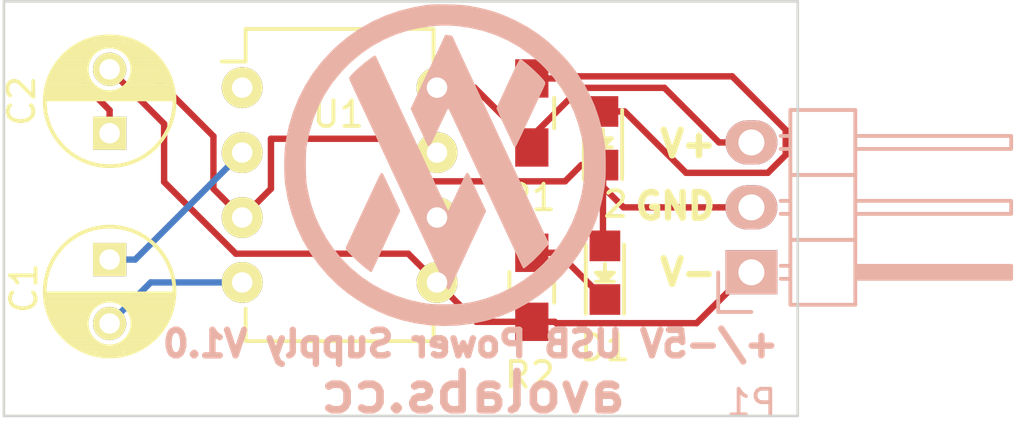
<source format=kicad_pcb>
(kicad_pcb (version 4) (host pcbnew 4.0.2-stable)

  (general
    (links 13)
    (no_connects 0)
    (area 152.197599 81.153799 183.351641 97.474241)
    (thickness 1.6)
    (drawings 9)
    (tracks 61)
    (zones 0)
    (modules 9)
    (nets 11)
  )

  (page A4)
  (layers
    (0 F.Cu signal)
    (31 B.Cu signal)
    (32 B.Adhes user)
    (33 F.Adhes user)
    (34 B.Paste user)
    (35 F.Paste user)
    (36 B.SilkS user)
    (37 F.SilkS user)
    (38 B.Mask user)
    (39 F.Mask user)
    (40 Dwgs.User user)
    (41 Cmts.User user)
    (42 Eco1.User user)
    (43 Eco2.User user)
    (44 Edge.Cuts user)
    (45 Margin user)
    (46 B.CrtYd user)
    (47 F.CrtYd user)
    (48 B.Fab user)
    (49 F.Fab user)
  )

  (setup
    (last_trace_width 0.25)
    (trace_clearance 0.2)
    (zone_clearance 0.508)
    (zone_45_only no)
    (trace_min 0.2)
    (segment_width 0.2)
    (edge_width 0.1)
    (via_size 0.6)
    (via_drill 0.4)
    (via_min_size 0.4)
    (via_min_drill 0.3)
    (uvia_size 0.3)
    (uvia_drill 0.1)
    (uvias_allowed no)
    (uvia_min_size 0.2)
    (uvia_min_drill 0.1)
    (pcb_text_width 0.3)
    (pcb_text_size 1.5 1.5)
    (mod_edge_width 0.15)
    (mod_text_size 1 1)
    (mod_text_width 0.15)
    (pad_size 1.5 1.5)
    (pad_drill 0.6)
    (pad_to_mask_clearance 0)
    (aux_axis_origin 0 0)
    (grid_origin 150.876 108.0262)
    (visible_elements 7FFFFF7F)
    (pcbplotparams
      (layerselection 0x0d0f0_80000001)
      (usegerberextensions false)
      (excludeedgelayer true)
      (linewidth 0.100000)
      (plotframeref false)
      (viasonmask false)
      (mode 1)
      (useauxorigin false)
      (hpglpennumber 1)
      (hpglpenspeed 20)
      (hpglpendiameter 15)
      (hpglpenoverlay 2)
      (psnegative false)
      (psa4output false)
      (plotreference true)
      (plotvalue true)
      (plotinvisibletext false)
      (padsonsilk false)
      (subtractmaskfromsilk false)
      (outputformat 1)
      (mirror false)
      (drillshape 0)
      (scaleselection 1)
      (outputdirectory "power supply gerbers/"))
  )

  (net 0 "")
  (net 1 "Net-(C1-Pad2)")
  (net 2 "Net-(C1-Pad1)")
  (net 3 V-)
  (net 4 GND)
  (net 5 VCC)
  (net 6 "Net-(U1-Pad1)")
  (net 7 "Net-(U1-Pad6)")
  (net 8 "Net-(U1-Pad7)")
  (net 9 "Net-(D1-Pad1)")
  (net 10 "Net-(D2-Pad2)")

  (net_class Default "This is the default net class."
    (clearance 0.2)
    (trace_width 0.25)
    (via_dia 0.6)
    (via_drill 0.4)
    (uvia_dia 0.3)
    (uvia_drill 0.1)
    (add_net GND)
    (add_net "Net-(C1-Pad1)")
    (add_net "Net-(C1-Pad2)")
    (add_net "Net-(D1-Pad1)")
    (add_net "Net-(D2-Pad2)")
    (add_net "Net-(U1-Pad1)")
    (add_net "Net-(U1-Pad6)")
    (add_net "Net-(U1-Pad7)")
    (add_net V-)
    (add_net VCC)
  )

  (module Housings_DIP:DIP-8_W7.62mm (layer F.Cu) (tedit 55A2EB01) (tstamp 55A2E291)
    (at 161.5694 84.582)
    (descr "8-lead dip package, row spacing 7.62 mm (300 mils)")
    (tags "dil dip 2.54 300")
    (path /55A2DB3D)
    (fp_text reference U1 (at 3.7592 1.0414) (layer F.SilkS)
      (effects (font (size 1 1) (thickness 0.15)))
    )
    (fp_text value 7660 (at 3.7592 -0.6604) (layer F.Fab)
      (effects (font (size 1 1) (thickness 0.15)))
    )
    (fp_line (start -1.05 -2.45) (end -1.05 10.1) (layer F.CrtYd) (width 0.05))
    (fp_line (start 8.65 -2.45) (end 8.65 10.1) (layer F.CrtYd) (width 0.05))
    (fp_line (start -1.05 -2.45) (end 8.65 -2.45) (layer F.CrtYd) (width 0.05))
    (fp_line (start -1.05 10.1) (end 8.65 10.1) (layer F.CrtYd) (width 0.05))
    (fp_line (start 0.135 -2.295) (end 0.135 -1.025) (layer F.SilkS) (width 0.15))
    (fp_line (start 7.485 -2.295) (end 7.485 -1.025) (layer F.SilkS) (width 0.15))
    (fp_line (start 7.485 9.915) (end 7.485 8.645) (layer F.SilkS) (width 0.15))
    (fp_line (start 0.135 9.915) (end 0.135 8.645) (layer F.SilkS) (width 0.15))
    (fp_line (start 0.135 -2.295) (end 7.485 -2.295) (layer F.SilkS) (width 0.15))
    (fp_line (start 0.135 9.915) (end 7.485 9.915) (layer F.SilkS) (width 0.15))
    (fp_line (start 0.135 -1.025) (end -0.8 -1.025) (layer F.SilkS) (width 0.15))
    (pad 1 thru_hole oval (at 0 0) (size 1.6 1.6) (drill 0.8) (layers *.Cu *.Mask F.SilkS)
      (net 6 "Net-(U1-Pad1)"))
    (pad 2 thru_hole oval (at 0 2.54) (size 1.6 1.6) (drill 0.8) (layers *.Cu *.Mask F.SilkS)
      (net 2 "Net-(C1-Pad1)"))
    (pad 3 thru_hole oval (at 0 5.08) (size 1.6 1.6) (drill 0.8) (layers *.Cu *.Mask F.SilkS)
      (net 4 GND))
    (pad 4 thru_hole oval (at 0 7.62) (size 1.6 1.6) (drill 0.8) (layers *.Cu *.Mask F.SilkS)
      (net 1 "Net-(C1-Pad2)"))
    (pad 5 thru_hole oval (at 7.62 7.62) (size 1.6 1.6) (drill 0.8) (layers *.Cu *.Mask F.SilkS)
      (net 3 V-))
    (pad 6 thru_hole oval (at 7.62 5.08) (size 1.6 1.6) (drill 0.8) (layers *.Cu *.Mask F.SilkS)
      (net 7 "Net-(U1-Pad6)"))
    (pad 7 thru_hole oval (at 7.62 2.54) (size 1.6 1.6) (drill 0.8) (layers *.Cu *.Mask F.SilkS)
      (net 8 "Net-(U1-Pad7)"))
    (pad 8 thru_hole oval (at 7.62 0) (size 1.6 1.6) (drill 0.8) (layers *.Cu *.Mask F.SilkS)
      (net 5 VCC))
    (model Housings_DIP.3dshapes/DIP-8_W7.62mm.wrl
      (at (xyz 0 0 0))
      (scale (xyz 1 1 1))
      (rotate (xyz 0 0 0))
    )
  )

  (module LEDs:LED_0805 (layer F.Cu) (tedit 5796D7A4) (tstamp 5796D59F)
    (at 175.75784 91.821 90)
    (descr "LED 0805 smd package")
    (tags "LED 0805 SMD")
    (path /5796D7E4)
    (attr smd)
    (fp_text reference D1 (at -2.93624 0 180) (layer F.SilkS)
      (effects (font (size 1 1) (thickness 0.15)))
    )
    (fp_text value LED (at 0 1.75 90) (layer F.Fab) hide
      (effects (font (size 1 1) (thickness 0.15)))
    )
    (fp_line (start -1.6 0.75) (end 1.1 0.75) (layer F.SilkS) (width 0.15))
    (fp_line (start -1.6 -0.75) (end 1.1 -0.75) (layer F.SilkS) (width 0.15))
    (fp_line (start -0.1 0.15) (end -0.1 -0.1) (layer F.SilkS) (width 0.15))
    (fp_line (start -0.1 -0.1) (end -0.25 0.05) (layer F.SilkS) (width 0.15))
    (fp_line (start -0.35 -0.35) (end -0.35 0.35) (layer F.SilkS) (width 0.15))
    (fp_line (start 0 0) (end 0.35 0) (layer F.SilkS) (width 0.15))
    (fp_line (start -0.35 0) (end 0 -0.35) (layer F.SilkS) (width 0.15))
    (fp_line (start 0 -0.35) (end 0 0.35) (layer F.SilkS) (width 0.15))
    (fp_line (start 0 0.35) (end -0.35 0) (layer F.SilkS) (width 0.15))
    (fp_line (start 1.9 -0.95) (end 1.9 0.95) (layer F.CrtYd) (width 0.05))
    (fp_line (start 1.9 0.95) (end -1.9 0.95) (layer F.CrtYd) (width 0.05))
    (fp_line (start -1.9 0.95) (end -1.9 -0.95) (layer F.CrtYd) (width 0.05))
    (fp_line (start -1.9 -0.95) (end 1.9 -0.95) (layer F.CrtYd) (width 0.05))
    (pad 2 smd rect (at 1.04902 0 270) (size 1.19888 1.19888) (layers F.Cu F.Paste F.Mask)
      (net 4 GND))
    (pad 1 smd rect (at -1.04902 0 270) (size 1.19888 1.19888) (layers F.Cu F.Paste F.Mask)
      (net 9 "Net-(D1-Pad1)"))
    (model LEDs.3dshapes/LED_0805.wrl
      (at (xyz 0 0 0))
      (scale (xyz 1 1 1))
      (rotate (xyz 0 0 0))
    )
  )

  (module LEDs:LED_0805 (layer F.Cu) (tedit 5796D7BC) (tstamp 5796D5A5)
    (at 175.68164 86.5632 90)
    (descr "LED 0805 smd package")
    (tags "LED 0805 SMD")
    (path /560AE0A2)
    (attr smd)
    (fp_text reference D2 (at -2.58064 -0.00508 180) (layer F.SilkS)
      (effects (font (size 1 1) (thickness 0.15)))
    )
    (fp_text value LED (at 0 1.75 90) (layer F.Fab) hide
      (effects (font (size 1 1) (thickness 0.15)))
    )
    (fp_line (start -1.6 0.75) (end 1.1 0.75) (layer F.SilkS) (width 0.15))
    (fp_line (start -1.6 -0.75) (end 1.1 -0.75) (layer F.SilkS) (width 0.15))
    (fp_line (start -0.1 0.15) (end -0.1 -0.1) (layer F.SilkS) (width 0.15))
    (fp_line (start -0.1 -0.1) (end -0.25 0.05) (layer F.SilkS) (width 0.15))
    (fp_line (start -0.35 -0.35) (end -0.35 0.35) (layer F.SilkS) (width 0.15))
    (fp_line (start 0 0) (end 0.35 0) (layer F.SilkS) (width 0.15))
    (fp_line (start -0.35 0) (end 0 -0.35) (layer F.SilkS) (width 0.15))
    (fp_line (start 0 -0.35) (end 0 0.35) (layer F.SilkS) (width 0.15))
    (fp_line (start 0 0.35) (end -0.35 0) (layer F.SilkS) (width 0.15))
    (fp_line (start 1.9 -0.95) (end 1.9 0.95) (layer F.CrtYd) (width 0.05))
    (fp_line (start 1.9 0.95) (end -1.9 0.95) (layer F.CrtYd) (width 0.05))
    (fp_line (start -1.9 0.95) (end -1.9 -0.95) (layer F.CrtYd) (width 0.05))
    (fp_line (start -1.9 -0.95) (end 1.9 -0.95) (layer F.CrtYd) (width 0.05))
    (pad 2 smd rect (at 1.04902 0 270) (size 1.19888 1.19888) (layers F.Cu F.Paste F.Mask)
      (net 10 "Net-(D2-Pad2)"))
    (pad 1 smd rect (at -1.04902 0 270) (size 1.19888 1.19888) (layers F.Cu F.Paste F.Mask)
      (net 4 GND))
    (model LEDs.3dshapes/LED_0805.wrl
      (at (xyz 0 0 0))
      (scale (xyz 1 1 1))
      (rotate (xyz 0 0 0))
    )
  )

  (module Resistors_SMD:R_0805_HandSoldering (layer F.Cu) (tedit 5796DA04) (tstamp 5796D5AC)
    (at 172.8978 85.5726 90)
    (descr "Resistor SMD 0805, hand soldering")
    (tags "resistor 0805")
    (path /560AE178)
    (attr smd)
    (fp_text reference R1 (at -3.3147 -0.0381 180) (layer F.SilkS)
      (effects (font (size 1 1) (thickness 0.15)))
    )
    (fp_text value 1k (at 0.1524 -1.71196 90) (layer F.Fab)
      (effects (font (size 1 1) (thickness 0.15)))
    )
    (fp_line (start -2.4 -1) (end 2.4 -1) (layer F.CrtYd) (width 0.05))
    (fp_line (start -2.4 1) (end 2.4 1) (layer F.CrtYd) (width 0.05))
    (fp_line (start -2.4 -1) (end -2.4 1) (layer F.CrtYd) (width 0.05))
    (fp_line (start 2.4 -1) (end 2.4 1) (layer F.CrtYd) (width 0.05))
    (fp_line (start 0.6 0.875) (end -0.6 0.875) (layer F.SilkS) (width 0.15))
    (fp_line (start -0.6 -0.875) (end 0.6 -0.875) (layer F.SilkS) (width 0.15))
    (pad 1 smd rect (at -1.35 0 90) (size 1.5 1.3) (layers F.Cu F.Paste F.Mask)
      (net 5 VCC))
    (pad 2 smd rect (at 1.35 0 90) (size 1.5 1.3) (layers F.Cu F.Paste F.Mask)
      (net 10 "Net-(D2-Pad2)"))
    (model Resistors_SMD.3dshapes/R_0805_HandSoldering.wrl
      (at (xyz 0 0 0))
      (scale (xyz 1 1 1))
      (rotate (xyz 0 0 0))
    )
  )

  (module Resistors_SMD:R_0805_HandSoldering (layer F.Cu) (tedit 5796D9FD) (tstamp 5796D5B6)
    (at 172.8978 92.3925 90)
    (descr "Resistor SMD 0805, hand soldering")
    (tags "resistor 0805")
    (path /5796D7BD)
    (attr smd)
    (fp_text reference R2 (at -3.429 -0.0762 180) (layer F.SilkS)
      (effects (font (size 1 1) (thickness 0.15)))
    )
    (fp_text value 1k (at 0.1905 -1.63576 90) (layer F.Fab)
      (effects (font (size 1 1) (thickness 0.15)))
    )
    (fp_line (start -2.4 -1) (end 2.4 -1) (layer F.CrtYd) (width 0.05))
    (fp_line (start -2.4 1) (end 2.4 1) (layer F.CrtYd) (width 0.05))
    (fp_line (start -2.4 -1) (end -2.4 1) (layer F.CrtYd) (width 0.05))
    (fp_line (start 2.4 -1) (end 2.4 1) (layer F.CrtYd) (width 0.05))
    (fp_line (start 0.6 0.875) (end -0.6 0.875) (layer F.SilkS) (width 0.15))
    (fp_line (start -0.6 -0.875) (end 0.6 -0.875) (layer F.SilkS) (width 0.15))
    (pad 1 smd rect (at -1.35 0 90) (size 1.5 1.3) (layers F.Cu F.Paste F.Mask)
      (net 3 V-))
    (pad 2 smd rect (at 1.35 0 90) (size 1.5 1.3) (layers F.Cu F.Paste F.Mask)
      (net 9 "Net-(D1-Pad1)"))
    (model Resistors_SMD.3dshapes/R_0805_HandSoldering.wrl
      (at (xyz 0 0 0))
      (scale (xyz 1 1 1))
      (rotate (xyz 0 0 0))
    )
  )

  (module "PCB:AVO Logo" (layer B.Cu) (tedit 0) (tstamp 5796D5F9)
    (at 169.68724 87.55888)
    (fp_text reference G*** (at 0 0) (layer B.SilkS) hide
      (effects (font (thickness 0.3)) (justify mirror))
    )
    (fp_text value LOGO (at 0.75 0) (layer B.SilkS) hide
      (effects (font (thickness 0.3)) (justify mirror))
    )
    (fp_poly (pts (xy 6.055486 0.105115) (xy 6.055455 0.0381) (xy 6.054308 -0.171552) (xy 6.051073 -0.341495)
      (xy 6.045057 -0.482799) (xy 6.035565 -0.606536) (xy 6.021905 -0.723777) (xy 6.003384 -0.845594)
      (xy 5.998214 -0.8763) (xy 5.901045 -1.362761) (xy 5.780566 -1.812538) (xy 5.632864 -2.235899)
      (xy 5.454027 -2.643111) (xy 5.304969 -2.922801) (xy 5.304969 0.179077) (xy 5.301633 0.408849)
      (xy 5.2904 0.613711) (xy 5.270074 0.806457) (xy 5.239459 0.999882) (xy 5.197358 1.206781)
      (xy 5.168862 1.330998) (xy 5.025715 1.827981) (xy 4.837209 2.305244) (xy 4.605803 2.76022)
      (xy 4.333954 3.190347) (xy 4.024119 3.59306) (xy 3.678757 3.965795) (xy 3.300324 4.305986)
      (xy 2.891277 4.61107) (xy 2.454075 4.878482) (xy 1.991174 5.105658) (xy 1.505032 5.290033)
      (xy 1.3208 5.346592) (xy 1.060179 5.416787) (xy 0.820729 5.469676) (xy 0.587957 5.507177)
      (xy 0.347365 5.531207) (xy 0.084458 5.543687) (xy -0.1905 5.546612) (xy -0.388035 5.54546)
      (xy -0.546662 5.542435) (xy -0.678267 5.536666) (xy -0.794731 5.527282) (xy -0.907939 5.513414)
      (xy -1.029773 5.49419) (xy -1.117663 5.478692) (xy -1.638861 5.359469) (xy -2.139504 5.194975)
      (xy -2.617299 4.986931) (xy -3.069951 4.737058) (xy -3.495167 4.447078) (xy -3.890654 4.118713)
      (xy -4.254117 3.753683) (xy -4.583264 3.353711) (xy -4.8758 2.920518) (xy -5.120317 2.474476)
      (xy -5.256059 2.1812) (xy -5.368815 1.897854) (xy -5.463214 1.610015) (xy -5.543886 1.303261)
      (xy -5.615459 0.963172) (xy -5.629251 0.889) (xy -5.646192 0.762753) (xy -5.659451 0.597189)
      (xy -5.668932 0.403662) (xy -5.674537 0.19353) (xy -5.676171 -0.021852) (xy -5.673735 -0.231129)
      (xy -5.667134 -0.422944) (xy -5.656271 -0.585941) (xy -5.642788 -0.6985) (xy -5.531289 -1.24121)
      (xy -5.378397 -1.754989) (xy -5.183612 -2.241043) (xy -4.946435 -2.700581) (xy -4.666366 -3.134811)
      (xy -4.592765 -3.235322) (xy -4.255309 -3.644421) (xy -3.88546 -4.016077) (xy -3.485851 -4.348648)
      (xy -3.059116 -4.640491) (xy -2.607889 -4.889963) (xy -2.134804 -5.095424) (xy -1.642493 -5.255229)
      (xy -1.188974 -5.357969) (xy -0.781721 -5.419865) (xy -0.400411 -5.451582) (xy -0.030697 -5.453876)
      (xy 0.2667 -5.435008) (xy 0.805173 -5.360899) (xy 1.322514 -5.240677) (xy 1.818239 -5.074568)
      (xy 2.291869 -4.862801) (xy 2.74292 -4.605604) (xy 3.170913 -4.303204) (xy 3.575364 -3.95583)
      (xy 3.744283 -3.790282) (xy 4.098771 -3.393816) (xy 4.409502 -2.971561) (xy 4.676386 -2.523683)
      (xy 4.899334 -2.050353) (xy 5.078254 -1.55174) (xy 5.208871 -1.047767) (xy 5.235493 -0.919414)
      (xy 5.255828 -0.809045) (xy 5.270939 -0.705653) (xy 5.28189 -0.598233) (xy 5.289745 -0.475779)
      (xy 5.295567 -0.327283) (xy 5.300422 -0.14174) (xy 5.301606 -0.088402) (xy 5.304969 0.179077)
      (xy 5.304969 -2.922801) (xy 5.240142 -3.044442) (xy 5.059305 -3.3401) (xy 4.904781 -3.570458)
      (xy 4.749105 -3.780436) (xy 4.581613 -3.983075) (xy 4.391643 -4.191419) (xy 4.217381 -4.369901)
      (xy 3.834543 -4.725502) (xy 3.440078 -5.036389) (xy 3.025604 -5.308545) (xy 2.582735 -5.547955)
      (xy 2.532625 -5.572212) (xy 2.242829 -5.704821) (xy 1.969282 -5.81584) (xy 1.699056 -5.909267)
      (xy 1.419225 -5.989103) (xy 1.116862 -6.059346) (xy 0.779039 -6.123997) (xy 0.7112 -6.135736)
      (xy 0.591151 -6.151113) (xy 0.431539 -6.164147) (xy 0.243559 -6.174595) (xy 0.038405 -6.182215)
      (xy -0.17273 -6.186763) (xy -0.378652 -6.187996) (xy -0.568166 -6.185671) (xy -0.730079 -6.179545)
      (xy -0.8509 -6.169654) (xy -0.953021 -6.155176) (xy -1.088512 -6.13289) (xy -1.24107 -6.105624)
      (xy -1.39439 -6.076203) (xy -1.4224 -6.070574) (xy -1.972241 -5.933795) (xy -2.5015 -5.750728)
      (xy -3.008778 -5.522128) (xy -3.492672 -5.248745) (xy -3.95178 -4.931335) (xy -4.384703 -4.57065)
      (xy -4.604502 -4.360751) (xy -4.984707 -3.944924) (xy -5.32343 -3.500469) (xy -5.61964 -3.029488)
      (xy -5.872306 -2.534082) (xy -6.080398 -2.016353) (xy -6.242886 -1.478404) (xy -6.358737 -0.922334)
      (xy -6.388066 -0.7239) (xy -6.408955 -0.514596) (xy -6.42216 -0.270677) (xy -6.427683 -0.007744)
      (xy -6.425523 0.258604) (xy -6.415681 0.512766) (xy -6.398155 0.739141) (xy -6.388066 0.8255)
      (xy -6.288398 1.389284) (xy -6.141533 1.935514) (xy -5.948542 2.462182) (xy -5.710492 2.967277)
      (xy -5.428453 3.448789) (xy -5.103495 3.904707) (xy -4.736687 4.333022) (xy -4.329098 4.731723)
      (xy -4.293347 4.763529) (xy -3.967068 5.028013) (xy -3.603029 5.280942) (xy -3.214124 5.514613)
      (xy -2.813248 5.72132) (xy -2.413295 5.893359) (xy -2.383698 5.904648) (xy -1.866645 6.073235)
      (xy -1.333804 6.195344) (xy -0.790342 6.270777) (xy -0.241427 6.299333) (xy 0.307775 6.280812)
      (xy 0.852095 6.215014) (xy 1.386367 6.101738) (xy 1.549025 6.056985) (xy 2.082255 5.876012)
      (xy 2.592596 5.650429) (xy 3.077861 5.382016) (xy 3.535861 5.072554) (xy 3.964408 4.723822)
      (xy 4.361315 4.337601) (xy 4.724394 3.915672) (xy 5.051457 3.459815) (xy 5.340315 2.97181)
      (xy 5.34032 2.9718) (xy 5.52966 2.580683) (xy 5.696238 2.1626) (xy 5.833622 1.735537)
      (xy 5.93538 1.317482) (xy 5.939759 1.2954) (xy 5.977534 1.097156) (xy 6.00623 0.93003)
      (xy 6.027045 0.780993) (xy 6.04118 0.637013) (xy 6.049832 0.48506) (xy 6.054201 0.312105)
      (xy 6.055486 0.105115) (xy 6.055486 0.105115)) (layer B.SilkS) (width 0.1))
    (fp_poly (pts (xy 3.828211 3.117999) (xy 3.448524 2.30195) (xy 3.356217 2.103609) (xy 3.267123 1.912275)
      (xy 3.184412 1.734745) (xy 3.111251 1.577813) (xy 3.05081 1.448278) (xy 3.006255 1.352935)
      (xy 2.985239 1.3081) (xy 2.822661 0.962023) (xy 2.671463 0.639475) (xy 2.525936 0.328223)
      (xy 2.380377 0.016034) (xy 2.229078 -0.309324) (xy 2.066334 -0.660083) (xy 1.942631 -0.9271)
      (xy 1.848267 -1.130814) (xy 1.756003 -1.329853) (xy 1.669161 -1.517061) (xy 1.591062 -1.685286)
      (xy 1.525026 -1.827371) (xy 1.474375 -1.936163) (xy 1.447406 -1.9939) (xy 1.386608 -2.12368)
      (xy 1.319936 -2.266011) (xy 1.259414 -2.395227) (xy 1.245143 -2.4257) (xy 1.206845 -2.507425)
      (xy 1.1514 -2.625665) (xy 1.083252 -2.770952) (xy 1.006841 -2.933815) (xy 0.92661 -3.104785)
      (xy 0.881734 -3.2004) (xy 0.788024 -3.400477) (xy 0.681001 -3.629681) (xy 0.568592 -3.870991)
      (xy 0.458724 -4.107387) (xy 0.359324 -4.321847) (xy 0.337612 -4.3688) (xy 0.061736 -4.9657)
      (xy -0.043385 -4.979848) (xy -0.148507 -4.993997) (xy -0.294421 -4.67578) (xy -0.365997 -4.520634)
      (xy -0.447462 -4.34555) (xy -0.52787 -4.173979) (xy -0.585499 -4.052031) (xy -0.710404 -3.788264)
      (xy -0.849102 -3.493857) (xy -0.99429 -3.184381) (xy -1.138663 -2.875407) (xy -1.27492 -2.582509)
      (xy -1.294254 -2.540821) (xy -1.476386 -2.147942) (xy -1.153971 -1.448621) (xy -1.072862 -1.273231)
      (xy -0.998203 -1.112817) (xy -0.932734 -0.973182) (xy -0.879192 -0.860128) (xy -0.840316 -0.779458)
      (xy -0.818843 -0.736975) (xy -0.815829 -0.732064) (xy -0.801864 -0.750091) (xy -0.769376 -0.809147)
      (xy -0.720928 -0.904047) (xy -0.659086 -1.029603) (xy -0.586413 -1.180629) (xy -0.505472 -1.351938)
      (xy -0.441505 -1.489271) (xy -0.355769 -1.672821) (xy -0.276066 -1.840384) (xy -0.205018 -1.986683)
      (xy -0.145246 -2.106444) (xy -0.099371 -2.194392) (xy -0.070014 -2.245253) (xy -0.060505 -2.255926)
      (xy -0.052464 -2.248595) (xy -0.039233 -2.228783) (xy -0.019432 -2.193606) (xy 0.008316 -2.140182)
      (xy 0.045391 -2.065626) (xy 0.093172 -1.967055) (xy 0.153038 -1.841586) (xy 0.226367 -1.686334)
      (xy 0.314537 -1.498416) (xy 0.418929 -1.274948) (xy 0.540921 -1.013048) (xy 0.681891 -0.709831)
      (xy 0.787425 -0.4826) (xy 0.892861 -0.255657) (xy 0.997046 -0.031689) (xy 1.096886 0.182674)
      (xy 1.189287 0.380803) (xy 1.271158 0.556067) (xy 1.339405 0.701838) (xy 1.390935 0.811486)
      (xy 1.409563 0.8509) (xy 1.458752 0.955096) (xy 1.52495 1.09599) (xy 1.603767 1.264207)
      (xy 1.690818 1.450373) (xy 1.781713 1.645112) (xy 1.872065 1.839048) (xy 1.879116 1.8542)
      (xy 2.039787 2.199472) (xy 2.180531 2.501884) (xy 2.302842 2.76464) (xy 2.408213 2.990946)
      (xy 2.498138 3.184004) (xy 2.57411 3.347019) (xy 2.637622 3.483195) (xy 2.690167 3.595735)
      (xy 2.73324 3.687845) (xy 2.768333 3.762728) (xy 2.79694 3.823587) (xy 2.80586 3.842515)
      (xy 2.899059 4.040129) (xy 3.0043 3.956815) (xy 3.234742 3.75731) (xy 3.474543 3.517163)
      (xy 3.620285 3.35605) (xy 3.828211 3.117999) (xy 3.828211 3.117999)) (layer B.SilkS) (width 0.1))
    (fp_poly (pts (xy 1.373118 1.852892) (xy 1.077581 1.224896) (xy 0.997486 1.054274) (xy 0.92269 0.894133)
      (xy 0.856491 0.751602) (xy 0.80219 0.633809) (xy 0.763087 0.547883) (xy 0.742769 0.50165)
      (xy 0.714294 0.441971) (xy 0.690963 0.408809) (xy 0.686083 0.4064) (xy 0.67165 0.428601)
      (xy 0.638686 0.49162) (xy 0.589799 0.590083) (xy 0.527597 0.718618) (xy 0.454691 0.871849)
      (xy 0.373688 1.044404) (xy 0.314812 1.17112) (xy 0.229621 1.35381) (xy 0.15049 1.520797)
      (xy 0.080062 1.666715) (xy 0.020981 1.786196) (xy -0.024112 1.87387) (xy -0.052574 1.924371)
      (xy -0.061107 1.934738) (xy -0.075684 1.912164) (xy -0.10951 1.847681) (xy -0.16055 1.745504)
      (xy -0.22677 1.609849) (xy -0.306135 1.444934) (xy -0.396609 1.254973) (xy -0.496157 1.044183)
      (xy -0.602745 0.81678) (xy -0.66009 0.693769) (xy -0.780546 0.43496) (xy -0.903622 0.170641)
      (xy -1.025917 -0.091891) (xy -1.144028 -0.345335) (xy -1.254553 -0.582394) (xy -1.354089 -0.79577)
      (xy -1.439236 -0.978163) (xy -1.506591 -1.122275) (xy -1.510345 -1.1303) (xy -1.576581 -1.272105)
      (xy -1.660737 -1.452657) (xy -1.759394 -1.664601) (xy -1.869134 -1.900582) (xy -1.986538 -2.153245)
      (xy -2.108187 -2.415236) (xy -2.230663 -2.679201) (xy -2.350546 -2.937784) (xy -2.354539 -2.9464)
      (xy -2.462832 -3.179982) (xy -2.56456 -3.399185) (xy -2.657749 -3.599774) (xy -2.740429 -3.777516)
      (xy -2.810626 -3.928177) (xy -2.86637 -4.047521) (xy -2.905689 -4.131316) (xy -2.92661 -4.175327)
      (xy -2.92955 -4.181088) (xy -2.95069 -4.16914) (xy -3.002151 -4.135132) (xy -3.072829 -4.086404)
      (xy -3.0734 -4.086004) (xy -3.188005 -4.001596) (xy -3.3113 -3.903787) (xy -3.436932 -3.798409)
      (xy -3.558545 -3.691296) (xy -3.669784 -3.58828) (xy -3.764293 -3.495196) (xy -3.835718 -3.417875)
      (xy -3.877704 -3.362152) (xy -3.8862 -3.339958) (xy -3.875703 -3.30985) (xy -3.845946 -3.239639)
      (xy -3.799528 -3.135074) (xy -3.739052 -3.001908) (xy -3.667117 -2.845892) (xy -3.586325 -2.672777)
      (xy -3.540115 -2.574605) (xy -3.444293 -2.371235) (xy -3.332644 -2.133622) (xy -3.210715 -1.87361)
      (xy -3.084051 -1.603042) (xy -2.958199 -1.33376) (xy -2.838704 -1.077608) (xy -2.768622 -0.9271)
      (xy -2.686112 -0.749872) (xy -2.588771 -0.540995) (xy -2.478955 -0.30551) (xy -2.359019 -0.04846)
      (xy -2.231319 0.225115) (xy -2.098212 0.510174) (xy -1.962054 0.801673) (xy -1.8252 1.094573)
      (xy -1.690008 1.383832) (xy -1.558832 1.664407) (xy -1.434029 1.931258) (xy -1.317955 2.179343)
      (xy -1.212966 2.403621) (xy -1.121419 2.59905) (xy -1.045668 2.760588) (xy -0.988071 2.883195)
      (xy -0.97027 2.921) (xy -0.92085 3.026215) (xy -0.855485 3.16593) (xy -0.777884 3.332171)
      (xy -0.691757 3.516959) (xy -0.600812 3.712318) (xy -0.508759 3.910272) (xy -0.419307 4.102844)
      (xy -0.336165 4.282057) (xy -0.263042 4.439934) (xy -0.203647 4.568498) (xy -0.16169 4.659773)
      (xy -0.158738 4.666233) (xy -0.115426 4.758303) (xy -0.079377 4.829826) (xy -0.055969 4.870363)
      (xy -0.0508 4.87575) (xy -0.034185 4.855267) (xy -0.005285 4.80167) (xy 0.016207 4.756117)
      (xy 0.048838 4.684441) (xy 0.098883 4.575565) (xy 0.163944 4.434638) (xy 0.241625 4.266808)
      (xy 0.329527 4.077225) (xy 0.425254 3.871037) (xy 0.526407 3.653392) (xy 0.630589 3.429439)
      (xy 0.735404 3.204327) (xy 0.838453 2.983204) (xy 0.937339 2.771219) (xy 1.029665 2.57352)
      (xy 1.113034 2.395256) (xy 1.185047 2.241576) (xy 1.243307 2.117628) (xy 1.285418 2.02856)
      (xy 1.308981 1.979522) (xy 1.311034 1.975409) (xy 1.373118 1.852892) (xy 1.373118 1.852892)) (layer B.SilkS) (width 0.1))
    (fp_poly (pts (xy 3.690954 -3.146143) (xy 3.68341 -3.17661) (xy 3.657902 -3.217491) (xy 3.609619 -3.275418)
      (xy 3.533749 -3.357023) (xy 3.450228 -3.443535) (xy 3.352499 -3.540658) (xy 3.24272 -3.644338)
      (xy 3.128562 -3.747917) (xy 3.017695 -3.844738) (xy 2.91779 -3.928144) (xy 2.836519 -3.991478)
      (xy 2.781552 -4.028083) (xy 2.770987 -4.032986) (xy 2.753854 -4.013847) (xy 2.719766 -3.956412)
      (xy 2.672998 -3.868539) (xy 2.617826 -3.758082) (xy 2.591247 -3.702786) (xy 2.51169 -3.534748)
      (xy 2.427067 -3.355003) (xy 2.340057 -3.16934) (xy 2.253341 -2.983546) (xy 2.169597 -2.803409)
      (xy 2.091505 -2.634718) (xy 2.021745 -2.48326) (xy 1.962996 -2.354822) (xy 1.917939 -2.255193)
      (xy 1.889251 -2.19016) (xy 1.8796 -2.165633) (xy 1.889943 -2.139836) (xy 1.919251 -2.073684)
      (xy 1.964944 -1.972824) (xy 2.024442 -1.842904) (xy 2.095162 -1.689573) (xy 2.174524 -1.518479)
      (xy 2.216069 -1.429259) (xy 2.552539 -0.707587) (xy 2.654219 -0.91948) (xy 2.69987 -1.015247)
      (xy 2.76083 -1.144038) (xy 2.830957 -1.292829) (xy 2.904108 -1.448596) (xy 2.951548 -1.549936)
      (xy 3.090016 -1.845982) (xy 3.210789 -2.103772) (xy 3.317546 -2.331132) (xy 3.413962 -2.535892)
      (xy 3.503716 -2.725879) (xy 3.532965 -2.78765) (xy 3.586112 -2.900666) (xy 3.632911 -3.001718)
      (xy 3.668021 -3.07918) (xy 3.685347 -3.119457) (xy 3.690954 -3.146143) (xy 3.690954 -3.146143)) (layer B.SilkS) (width 0.1))
    (fp_poly (pts (xy -1.986873 1.836342) (xy -2.31442 1.129655) (xy -2.396176 0.953707) (xy -2.471265 0.792958)
      (xy -2.536988 0.653114) (xy -2.590649 0.539882) (xy -2.629551 0.45897) (xy -2.650997 0.416084)
      (xy -2.654148 0.410787) (xy -2.669003 0.427258) (xy -2.699953 0.48124) (xy -2.742236 0.563922)
      (xy -2.783514 0.650153) (xy -2.873498 0.842973) (xy -2.957431 1.02201) (xy -3.042897 1.203373)
      (xy -3.137483 1.403174) (xy -3.21293 1.5621) (xy -3.263364 1.668908) (xy -3.330435 1.811928)
      (xy -3.409517 1.981237) (xy -3.495979 2.166914) (xy -3.585196 2.359036) (xy -3.663116 2.5273)
      (xy -3.743438 2.700759) (xy -3.818348 2.862057) (xy -3.884762 3.004592) (xy -3.939595 3.121761)
      (xy -3.979766 3.206962) (xy -4.002189 3.253589) (xy -4.00378 3.256749) (xy -4.016142 3.284153)
      (xy -4.018836 3.309555) (xy -4.007224 3.339598) (xy -3.976672 3.380924) (xy -3.922545 3.440176)
      (xy -3.840207 3.523997) (xy -3.764504 3.599649) (xy -3.647805 3.712702) (xy -3.522774 3.828265)
      (xy -3.403025 3.93408) (xy -3.302174 4.017886) (xy -3.285867 4.030622) (xy -3.081801 4.187743)
      (xy -2.691928 3.344822) (xy -2.594552 3.134519) (xy -2.496727 2.923666) (xy -2.402259 2.720439)
      (xy -2.314956 2.533013) (xy -2.238625 2.369564) (xy -2.177073 2.238268) (xy -2.144464 2.169121)
      (xy -1.986873 1.836342) (xy -1.986873 1.836342)) (layer B.SilkS) (width 0.1))
  )

  (module Capacitors_ThroughHole:C_Radial_D5_L6_P2.5 (layer F.Cu) (tedit 5797C344) (tstamp 5797C324)
    (at 156.38272 91.30792 270)
    (descr "Radial Electrolytic Capacitor Diameter 5mm x Length 6mm, Pitch 2.5mm")
    (tags "Electrolytic Capacitor")
    (path /55A1F1B0)
    (fp_text reference C1 (at 1.1176 3.3528 270) (layer F.SilkS)
      (effects (font (size 1 1) (thickness 0.15)))
    )
    (fp_text value CP (at 1.25 3.8 270) (layer F.Fab) hide
      (effects (font (size 1 1) (thickness 0.15)))
    )
    (fp_line (start 1.325 -2.499) (end 1.325 2.499) (layer F.SilkS) (width 0.15))
    (fp_line (start 1.465 -2.491) (end 1.465 2.491) (layer F.SilkS) (width 0.15))
    (fp_line (start 1.605 -2.475) (end 1.605 -0.095) (layer F.SilkS) (width 0.15))
    (fp_line (start 1.605 0.095) (end 1.605 2.475) (layer F.SilkS) (width 0.15))
    (fp_line (start 1.745 -2.451) (end 1.745 -0.49) (layer F.SilkS) (width 0.15))
    (fp_line (start 1.745 0.49) (end 1.745 2.451) (layer F.SilkS) (width 0.15))
    (fp_line (start 1.885 -2.418) (end 1.885 -0.657) (layer F.SilkS) (width 0.15))
    (fp_line (start 1.885 0.657) (end 1.885 2.418) (layer F.SilkS) (width 0.15))
    (fp_line (start 2.025 -2.377) (end 2.025 -0.764) (layer F.SilkS) (width 0.15))
    (fp_line (start 2.025 0.764) (end 2.025 2.377) (layer F.SilkS) (width 0.15))
    (fp_line (start 2.165 -2.327) (end 2.165 -0.835) (layer F.SilkS) (width 0.15))
    (fp_line (start 2.165 0.835) (end 2.165 2.327) (layer F.SilkS) (width 0.15))
    (fp_line (start 2.305 -2.266) (end 2.305 -0.879) (layer F.SilkS) (width 0.15))
    (fp_line (start 2.305 0.879) (end 2.305 2.266) (layer F.SilkS) (width 0.15))
    (fp_line (start 2.445 -2.196) (end 2.445 -0.898) (layer F.SilkS) (width 0.15))
    (fp_line (start 2.445 0.898) (end 2.445 2.196) (layer F.SilkS) (width 0.15))
    (fp_line (start 2.585 -2.114) (end 2.585 -0.896) (layer F.SilkS) (width 0.15))
    (fp_line (start 2.585 0.896) (end 2.585 2.114) (layer F.SilkS) (width 0.15))
    (fp_line (start 2.725 -2.019) (end 2.725 -0.871) (layer F.SilkS) (width 0.15))
    (fp_line (start 2.725 0.871) (end 2.725 2.019) (layer F.SilkS) (width 0.15))
    (fp_line (start 2.865 -1.908) (end 2.865 -0.823) (layer F.SilkS) (width 0.15))
    (fp_line (start 2.865 0.823) (end 2.865 1.908) (layer F.SilkS) (width 0.15))
    (fp_line (start 3.005 -1.78) (end 3.005 -0.745) (layer F.SilkS) (width 0.15))
    (fp_line (start 3.005 0.745) (end 3.005 1.78) (layer F.SilkS) (width 0.15))
    (fp_line (start 3.145 -1.631) (end 3.145 -0.628) (layer F.SilkS) (width 0.15))
    (fp_line (start 3.145 0.628) (end 3.145 1.631) (layer F.SilkS) (width 0.15))
    (fp_line (start 3.285 -1.452) (end 3.285 -0.44) (layer F.SilkS) (width 0.15))
    (fp_line (start 3.285 0.44) (end 3.285 1.452) (layer F.SilkS) (width 0.15))
    (fp_line (start 3.425 -1.233) (end 3.425 1.233) (layer F.SilkS) (width 0.15))
    (fp_line (start 3.565 -0.944) (end 3.565 0.944) (layer F.SilkS) (width 0.15))
    (fp_line (start 3.705 -0.472) (end 3.705 0.472) (layer F.SilkS) (width 0.15))
    (fp_circle (center 2.5 0) (end 2.5 -0.9) (layer F.SilkS) (width 0.15))
    (fp_circle (center 1.25 0) (end 1.25 -2.5375) (layer F.SilkS) (width 0.15))
    (fp_circle (center 1.25 0) (end 1.25 -2.8) (layer F.CrtYd) (width 0.05))
    (pad 1 thru_hole rect (at 0 0 270) (size 1.3 1.3) (drill 0.8) (layers *.Cu *.Mask F.SilkS)
      (net 2 "Net-(C1-Pad1)"))
    (pad 2 thru_hole circle (at 2.5 0 270) (size 1.3 1.3) (drill 0.8) (layers *.Cu *.Mask F.SilkS)
      (net 1 "Net-(C1-Pad2)"))
    (model Capacitors_ThroughHole.3dshapes/C_Radial_D5_L6_P2.5.wrl
      (at (xyz 0.0492126 0 0))
      (scale (xyz 1 1 1))
      (rotate (xyz 0 0 90))
    )
  )

  (module Capacitors_ThroughHole:C_Radial_D5_L6_P2.5 (layer F.Cu) (tedit 5797C339) (tstamp 5797C329)
    (at 156.38272 86.36508 90)
    (descr "Radial Electrolytic Capacitor Diameter 5mm x Length 6mm, Pitch 2.5mm")
    (tags "Electrolytic Capacitor")
    (path /55A1F213)
    (fp_text reference C2 (at 1.25984 -3.43916 90) (layer F.SilkS)
      (effects (font (size 1 1) (thickness 0.15)))
    )
    (fp_text value CP (at 1.25 3.8 90) (layer F.Fab)
      (effects (font (size 1 1) (thickness 0.15)))
    )
    (fp_line (start 1.325 -2.499) (end 1.325 2.499) (layer F.SilkS) (width 0.15))
    (fp_line (start 1.465 -2.491) (end 1.465 2.491) (layer F.SilkS) (width 0.15))
    (fp_line (start 1.605 -2.475) (end 1.605 -0.095) (layer F.SilkS) (width 0.15))
    (fp_line (start 1.605 0.095) (end 1.605 2.475) (layer F.SilkS) (width 0.15))
    (fp_line (start 1.745 -2.451) (end 1.745 -0.49) (layer F.SilkS) (width 0.15))
    (fp_line (start 1.745 0.49) (end 1.745 2.451) (layer F.SilkS) (width 0.15))
    (fp_line (start 1.885 -2.418) (end 1.885 -0.657) (layer F.SilkS) (width 0.15))
    (fp_line (start 1.885 0.657) (end 1.885 2.418) (layer F.SilkS) (width 0.15))
    (fp_line (start 2.025 -2.377) (end 2.025 -0.764) (layer F.SilkS) (width 0.15))
    (fp_line (start 2.025 0.764) (end 2.025 2.377) (layer F.SilkS) (width 0.15))
    (fp_line (start 2.165 -2.327) (end 2.165 -0.835) (layer F.SilkS) (width 0.15))
    (fp_line (start 2.165 0.835) (end 2.165 2.327) (layer F.SilkS) (width 0.15))
    (fp_line (start 2.305 -2.266) (end 2.305 -0.879) (layer F.SilkS) (width 0.15))
    (fp_line (start 2.305 0.879) (end 2.305 2.266) (layer F.SilkS) (width 0.15))
    (fp_line (start 2.445 -2.196) (end 2.445 -0.898) (layer F.SilkS) (width 0.15))
    (fp_line (start 2.445 0.898) (end 2.445 2.196) (layer F.SilkS) (width 0.15))
    (fp_line (start 2.585 -2.114) (end 2.585 -0.896) (layer F.SilkS) (width 0.15))
    (fp_line (start 2.585 0.896) (end 2.585 2.114) (layer F.SilkS) (width 0.15))
    (fp_line (start 2.725 -2.019) (end 2.725 -0.871) (layer F.SilkS) (width 0.15))
    (fp_line (start 2.725 0.871) (end 2.725 2.019) (layer F.SilkS) (width 0.15))
    (fp_line (start 2.865 -1.908) (end 2.865 -0.823) (layer F.SilkS) (width 0.15))
    (fp_line (start 2.865 0.823) (end 2.865 1.908) (layer F.SilkS) (width 0.15))
    (fp_line (start 3.005 -1.78) (end 3.005 -0.745) (layer F.SilkS) (width 0.15))
    (fp_line (start 3.005 0.745) (end 3.005 1.78) (layer F.SilkS) (width 0.15))
    (fp_line (start 3.145 -1.631) (end 3.145 -0.628) (layer F.SilkS) (width 0.15))
    (fp_line (start 3.145 0.628) (end 3.145 1.631) (layer F.SilkS) (width 0.15))
    (fp_line (start 3.285 -1.452) (end 3.285 -0.44) (layer F.SilkS) (width 0.15))
    (fp_line (start 3.285 0.44) (end 3.285 1.452) (layer F.SilkS) (width 0.15))
    (fp_line (start 3.425 -1.233) (end 3.425 1.233) (layer F.SilkS) (width 0.15))
    (fp_line (start 3.565 -0.944) (end 3.565 0.944) (layer F.SilkS) (width 0.15))
    (fp_line (start 3.705 -0.472) (end 3.705 0.472) (layer F.SilkS) (width 0.15))
    (fp_circle (center 2.5 0) (end 2.5 -0.9) (layer F.SilkS) (width 0.15))
    (fp_circle (center 1.25 0) (end 1.25 -2.5375) (layer F.SilkS) (width 0.15))
    (fp_circle (center 1.25 0) (end 1.25 -2.8) (layer F.CrtYd) (width 0.05))
    (pad 1 thru_hole rect (at 0 0 90) (size 1.3 1.3) (drill 0.8) (layers *.Cu *.Mask F.SilkS)
      (net 4 GND))
    (pad 2 thru_hole circle (at 2.5 0 90) (size 1.3 1.3) (drill 0.8) (layers *.Cu *.Mask F.SilkS)
      (net 3 V-))
    (model Capacitors_ThroughHole.3dshapes/C_Radial_D5_L6_P2.5.wrl
      (at (xyz 0.0492126 0 0))
      (scale (xyz 1 1 1))
      (rotate (xyz 0 0 90))
    )
  )

  (module Pin_Headers:Pin_Header_Angled_1x03 (layer B.Cu) (tedit 0) (tstamp 579CF347)
    (at 181.48808 91.80576)
    (descr "Through hole pin header")
    (tags "pin header")
    (path /5796D4F8)
    (fp_text reference P1 (at 0 5.1) (layer B.SilkS)
      (effects (font (size 1 1) (thickness 0.15)) (justify mirror))
    )
    (fp_text value CONN_01X03 (at 0 3.1) (layer B.Fab)
      (effects (font (size 1 1) (thickness 0.15)) (justify mirror))
    )
    (fp_line (start -1.5 1.75) (end -1.5 -6.85) (layer B.CrtYd) (width 0.05))
    (fp_line (start 10.65 1.75) (end 10.65 -6.85) (layer B.CrtYd) (width 0.05))
    (fp_line (start -1.5 1.75) (end 10.65 1.75) (layer B.CrtYd) (width 0.05))
    (fp_line (start -1.5 -6.85) (end 10.65 -6.85) (layer B.CrtYd) (width 0.05))
    (fp_line (start -1.3 1.55) (end -1.3 0) (layer B.SilkS) (width 0.15))
    (fp_line (start 0 1.55) (end -1.3 1.55) (layer B.SilkS) (width 0.15))
    (fp_line (start 4.191 0.127) (end 10.033 0.127) (layer B.SilkS) (width 0.15))
    (fp_line (start 10.033 0.127) (end 10.033 -0.127) (layer B.SilkS) (width 0.15))
    (fp_line (start 10.033 -0.127) (end 4.191 -0.127) (layer B.SilkS) (width 0.15))
    (fp_line (start 4.191 -0.127) (end 4.191 0) (layer B.SilkS) (width 0.15))
    (fp_line (start 4.191 0) (end 10.033 0) (layer B.SilkS) (width 0.15))
    (fp_line (start 1.524 0.254) (end 1.143 0.254) (layer B.SilkS) (width 0.15))
    (fp_line (start 1.524 -0.254) (end 1.143 -0.254) (layer B.SilkS) (width 0.15))
    (fp_line (start 1.524 -2.286) (end 1.143 -2.286) (layer B.SilkS) (width 0.15))
    (fp_line (start 1.524 -2.794) (end 1.143 -2.794) (layer B.SilkS) (width 0.15))
    (fp_line (start 1.524 -4.826) (end 1.143 -4.826) (layer B.SilkS) (width 0.15))
    (fp_line (start 1.524 -5.334) (end 1.143 -5.334) (layer B.SilkS) (width 0.15))
    (fp_line (start 4.064 -1.27) (end 4.064 1.27) (layer B.SilkS) (width 0.15))
    (fp_line (start 10.16 -0.254) (end 4.064 -0.254) (layer B.SilkS) (width 0.15))
    (fp_line (start 10.16 0.254) (end 10.16 -0.254) (layer B.SilkS) (width 0.15))
    (fp_line (start 4.064 0.254) (end 10.16 0.254) (layer B.SilkS) (width 0.15))
    (fp_line (start 1.524 -1.27) (end 4.064 -1.27) (layer B.SilkS) (width 0.15))
    (fp_line (start 1.524 1.27) (end 1.524 -1.27) (layer B.SilkS) (width 0.15))
    (fp_line (start 1.524 1.27) (end 4.064 1.27) (layer B.SilkS) (width 0.15))
    (fp_line (start 1.524 -3.81) (end 4.064 -3.81) (layer B.SilkS) (width 0.15))
    (fp_line (start 1.524 -3.81) (end 1.524 -6.35) (layer B.SilkS) (width 0.15))
    (fp_line (start 4.064 -4.826) (end 10.16 -4.826) (layer B.SilkS) (width 0.15))
    (fp_line (start 10.16 -4.826) (end 10.16 -5.334) (layer B.SilkS) (width 0.15))
    (fp_line (start 10.16 -5.334) (end 4.064 -5.334) (layer B.SilkS) (width 0.15))
    (fp_line (start 4.064 -6.35) (end 4.064 -3.81) (layer B.SilkS) (width 0.15))
    (fp_line (start 4.064 -3.81) (end 4.064 -1.27) (layer B.SilkS) (width 0.15))
    (fp_line (start 10.16 -2.794) (end 4.064 -2.794) (layer B.SilkS) (width 0.15))
    (fp_line (start 10.16 -2.286) (end 10.16 -2.794) (layer B.SilkS) (width 0.15))
    (fp_line (start 4.064 -2.286) (end 10.16 -2.286) (layer B.SilkS) (width 0.15))
    (fp_line (start 1.524 -3.81) (end 4.064 -3.81) (layer B.SilkS) (width 0.15))
    (fp_line (start 1.524 -1.27) (end 1.524 -3.81) (layer B.SilkS) (width 0.15))
    (fp_line (start 1.524 -1.27) (end 4.064 -1.27) (layer B.SilkS) (width 0.15))
    (fp_line (start 1.524 -6.35) (end 4.064 -6.35) (layer B.SilkS) (width 0.15))
    (pad 1 thru_hole rect (at 0 0) (size 2.032 1.7272) (drill 1.016) (layers *.Cu *.Mask B.SilkS)
      (net 3 V-))
    (pad 2 thru_hole oval (at 0 -2.54) (size 2.032 1.7272) (drill 1.016) (layers *.Cu *.Mask B.SilkS)
      (net 4 GND))
    (pad 3 thru_hole oval (at 0 -5.08) (size 2.032 1.7272) (drill 1.016) (layers *.Cu *.Mask B.SilkS)
      (net 5 VCC))
    (model Pin_Headers.3dshapes/Pin_Header_Angled_1x03.wrl
      (at (xyz 0 -0.1 0))
      (scale (xyz 1 1 1))
      (rotate (xyz 0 0 90))
    )
  )

  (gr_line (start 183.30164 97.42424) (end 152.2476 97.42424) (angle 90) (layer Edge.Cuts) (width 0.1))
  (gr_line (start 183.30164 81.20888) (end 183.30164 97.42424) (angle 90) (layer Edge.Cuts) (width 0.1))
  (gr_line (start 152.2476 81.20888) (end 183.30164 81.20888) (angle 90) (layer Edge.Cuts) (width 0.1))
  (gr_line (start 152.2476 97.42424) (end 152.2476 81.2038) (angle 90) (layer Edge.Cuts) (width 0.1))
  (gr_text avolabs.cc (at 170.60164 96.50476) (layer B.SilkS)
    (effects (font (size 1.5 1.5) (thickness 0.3)) (justify mirror))
  )
  (gr_text V- (at 179.0065 91.8083) (layer F.SilkS)
    (effects (font (size 1 1) (thickness 0.25)))
  )
  (gr_text "V+\n" (at 179.0065 86.7791) (layer F.SilkS)
    (effects (font (size 1 1) (thickness 0.25)))
  )
  (gr_text GND (at 178.5112 89.2175) (layer F.SilkS)
    (effects (font (size 1 1) (thickness 0.25)))
  )
  (gr_text "+/-5V USB Power Supply V1.0" (at 170.50004 94.60484) (layer B.SilkS)
    (effects (font (size 1 1) (thickness 0.25)) (justify mirror))
  )

  (segment (start 156.38272 93.80792) (end 157.98864 92.202) (width 0.25) (layer B.Cu) (net 1))
  (segment (start 157.98864 92.202) (end 161.5694 92.202) (width 0.25) (layer B.Cu) (net 1))
  (segment (start 156.38272 91.30792) (end 157.38348 91.30792) (width 0.25) (layer B.Cu) (net 2))
  (segment (start 157.38348 91.30792) (end 161.5694 87.122) (width 0.25) (layer B.Cu) (net 2))
  (segment (start 156.38272 83.86508) (end 158.514639 85.996999) (width 0.25) (layer F.Cu) (net 3))
  (segment (start 158.514639 85.996999) (end 158.514639 88.272241) (width 0.25) (layer F.Cu) (net 3))
  (segment (start 158.514639 88.272241) (end 161.319397 91.076999) (width 0.25) (layer F.Cu) (net 3))
  (segment (start 161.319397 91.076999) (end 168.064399 91.076999) (width 0.25) (layer F.Cu) (net 3))
  (segment (start 168.064399 91.076999) (end 168.389401 91.402001) (width 0.25) (layer F.Cu) (net 3))
  (segment (start 168.389401 91.402001) (end 169.1894 92.202) (width 0.25) (layer F.Cu) (net 3))
  (segment (start 169.1894 92.202) (end 169.1894 92.456) (width 0.25) (layer B.Cu) (net 3))
  (segment (start 170.7299 93.7425) (end 172.8978 93.7425) (width 0.25) (layer F.Cu) (net 3))
  (segment (start 169.1894 92.202) (end 170.7299 93.7425) (width 0.25) (layer F.Cu) (net 3))
  (segment (start 173.7978 93.7425) (end 172.8978 93.7425) (width 0.25) (layer F.Cu) (net 3))
  (segment (start 173.849761 93.794461) (end 173.7978 93.7425) (width 0.25) (layer F.Cu) (net 3))
  (segment (start 181.33568 91.80576) (end 179.346979 93.794461) (width 0.25) (layer F.Cu) (net 3))
  (segment (start 181.48808 91.80576) (end 181.33568 91.80576) (width 0.25) (layer F.Cu) (net 3))
  (segment (start 179.346979 93.794461) (end 173.849761 93.794461) (width 0.25) (layer F.Cu) (net 3))
  (segment (start 156.38272 86.36508) (end 156.38272 85.46508) (width 0.25) (layer F.Cu) (net 4))
  (segment (start 156.38272 85.46508) (end 155.407719 84.490079) (width 0.25) (layer F.Cu) (net 4))
  (segment (start 155.407719 84.490079) (end 155.407719 83.397079) (width 0.25) (layer F.Cu) (net 4))
  (segment (start 155.407719 83.397079) (end 155.914719 82.890079) (width 0.25) (layer F.Cu) (net 4))
  (segment (start 155.914719 82.890079) (end 156.850721 82.890079) (width 0.25) (layer F.Cu) (net 4))
  (segment (start 156.850721 82.890079) (end 160.444399 86.483757) (width 0.25) (layer F.Cu) (net 4))
  (segment (start 160.444399 86.483757) (end 160.444399 88.536999) (width 0.25) (layer F.Cu) (net 4))
  (segment (start 160.444399 88.536999) (end 160.769401 88.862001) (width 0.25) (layer F.Cu) (net 4))
  (segment (start 160.769401 88.862001) (end 161.5694 89.662) (width 0.25) (layer F.Cu) (net 4))
  (segment (start 162.369399 88.862001) (end 161.5694 89.662) (width 0.25) (layer F.Cu) (net 4))
  (segment (start 162.694401 88.536999) (end 162.369399 88.862001) (width 0.25) (layer F.Cu) (net 4))
  (segment (start 162.694401 86.581999) (end 162.694401 88.536999) (width 0.25) (layer F.Cu) (net 4))
  (segment (start 175.68164 90.69578) (end 175.75784 90.77198) (width 0.25) (layer F.Cu) (net 4))
  (segment (start 175.68164 87.61222) (end 175.68164 90.69578) (width 0.25) (layer F.Cu) (net 4))
  (segment (start 180.22208 89.26576) (end 181.48808 89.26576) (width 0.25) (layer F.Cu) (net 4))
  (segment (start 176.48574 89.26576) (end 180.22208 89.26576) (width 0.25) (layer F.Cu) (net 4))
  (segment (start 175.68164 88.46166) (end 176.48574 89.26576) (width 0.25) (layer F.Cu) (net 4))
  (segment (start 175.68164 87.61222) (end 175.68164 88.46166) (width 0.25) (layer F.Cu) (net 4))
  (segment (start 174.8322 87.61222) (end 175.68164 87.61222) (width 0.25) (layer F.Cu) (net 4))
  (segment (start 168.649399 88.247001) (end 174.197419 88.247001) (width 0.25) (layer F.Cu) (net 4))
  (segment (start 166.984397 86.581999) (end 168.649399 88.247001) (width 0.25) (layer F.Cu) (net 4))
  (segment (start 174.197419 88.247001) (end 174.8322 87.61222) (width 0.25) (layer F.Cu) (net 4))
  (segment (start 162.694401 86.581999) (end 166.984397 86.581999) (width 0.25) (layer F.Cu) (net 4))
  (segment (start 181.48808 86.72576) (end 180.22208 86.72576) (width 0.25) (layer F.Cu) (net 5))
  (segment (start 170.32077 84.582) (end 169.1894 84.582) (width 0.25) (layer F.Cu) (net 5))
  (segment (start 170.6572 84.582) (end 170.32077 84.582) (width 0.25) (layer F.Cu) (net 5))
  (segment (start 172.8978 86.8226) (end 170.6572 84.582) (width 0.25) (layer F.Cu) (net 5))
  (segment (start 172.8978 86.9226) (end 172.8978 86.8226) (width 0.25) (layer F.Cu) (net 5))
  (segment (start 178.086059 84.589739) (end 174.799701 84.589739) (width 0.25) (layer F.Cu) (net 5))
  (segment (start 180.22208 86.72576) (end 178.086059 84.589739) (width 0.25) (layer F.Cu) (net 5))
  (segment (start 172.8978 86.49164) (end 174.799701 84.589739) (width 0.25) (layer F.Cu) (net 5))
  (segment (start 172.8978 86.9226) (end 172.8978 86.49164) (width 0.25) (layer F.Cu) (net 5))
  (segment (start 173.93032 91.0425) (end 175.75784 92.87002) (width 0.25) (layer F.Cu) (net 9))
  (segment (start 172.8978 91.0425) (end 173.93032 91.0425) (width 0.25) (layer F.Cu) (net 9))
  (segment (start 182.82909 87.218098) (end 182.132818 87.91437) (width 0.25) (layer F.Cu) (net 10))
  (segment (start 182.82909 86.233422) (end 182.82909 87.218098) (width 0.25) (layer F.Cu) (net 10))
  (segment (start 180.735397 84.139729) (end 182.82909 86.233422) (width 0.25) (layer F.Cu) (net 10))
  (segment (start 173.7978 84.2226) (end 173.880671 84.139729) (width 0.25) (layer F.Cu) (net 10))
  (segment (start 173.880671 84.139729) (end 180.735397 84.139729) (width 0.25) (layer F.Cu) (net 10))
  (segment (start 176.53108 85.51418) (end 175.68164 85.51418) (width 0.25) (layer F.Cu) (net 10))
  (segment (start 178.93127 87.91437) (end 176.53108 85.51418) (width 0.25) (layer F.Cu) (net 10))
  (segment (start 182.132818 87.91437) (end 178.93127 87.91437) (width 0.25) (layer F.Cu) (net 10))
  (segment (start 172.8978 84.2226) (end 173.7978 84.2226) (width 0.25) (layer F.Cu) (net 10))

)

</source>
